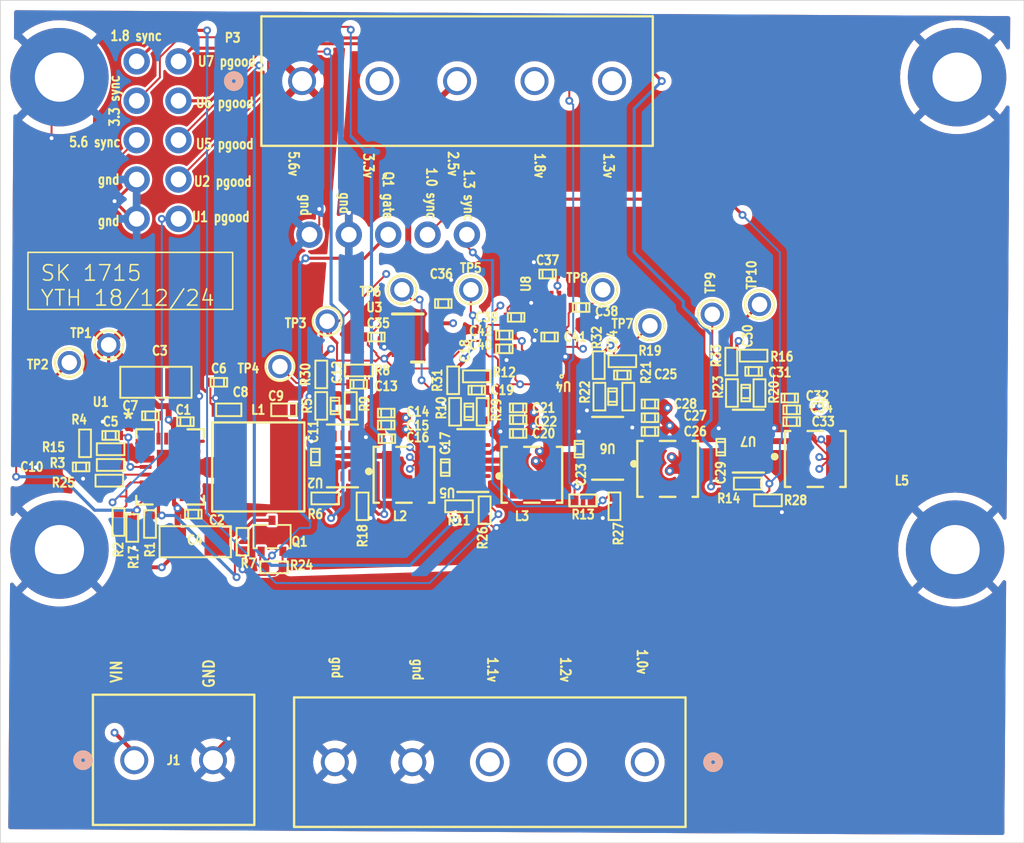
<source format=kicad_pcb>
(kicad_pcb
	(version 20240108)
	(generator "pcbnew")
	(generator_version "8.0")
	(general
		(thickness 1.6)
		(legacy_teardrops no)
	)
	(paper "A4")
	(layers
		(0 "F.Cu" signal)
		(1 "In1.Cu" signal)
		(2 "In2.Cu" signal)
		(3 "In3.Cu" signal)
		(4 "In4.Cu" signal)
		(31 "B.Cu" signal)
		(32 "B.Adhes" user "B.Adhesive")
		(33 "F.Adhes" user "F.Adhesive")
		(34 "B.Paste" user)
		(35 "F.Paste" user)
		(36 "B.SilkS" user "B.Silkscreen")
		(37 "F.SilkS" user "F.Silkscreen")
		(38 "B.Mask" user)
		(39 "F.Mask" user)
		(40 "Dwgs.User" user "User.Drawings")
		(41 "Cmts.User" user "User.Comments")
		(42 "Eco1.User" user "User.Eco1")
		(43 "Eco2.User" user "User.Eco2")
		(44 "Edge.Cuts" user)
		(45 "Margin" user)
		(46 "B.CrtYd" user "B.Courtyard")
		(47 "F.CrtYd" user "F.Courtyard")
		(48 "B.Fab" user)
		(49 "F.Fab" user)
		(50 "User.1" user)
		(51 "User.2" user)
		(52 "User.3" user)
		(53 "User.4" user)
		(54 "User.5" user)
		(55 "User.6" user)
		(56 "User.7" user)
		(57 "User.8" user)
		(58 "User.9" user)
	)
	(setup
		(stackup
			(layer "F.SilkS"
				(type "Top Silk Screen")
			)
			(layer "F.Paste"
				(type "Top Solder Paste")
			)
			(layer "F.Mask"
				(type "Top Solder Mask")
				(thickness 0.01)
			)
			(layer "F.Cu"
				(type "copper")
				(thickness 0.035)
			)
			(layer "dielectric 1"
				(type "prepreg")
				(thickness 0.1)
				(material "FR4")
				(epsilon_r 4.5)
				(loss_tangent 0.02)
			)
			(layer "In1.Cu"
				(type "copper")
				(thickness 0.035)
			)
			(layer "dielectric 2"
				(type "core")
				(thickness 0.535)
				(material "FR4")
				(epsilon_r 4.5)
				(loss_tangent 0.02)
			)
			(layer "In2.Cu"
				(type "copper")
				(thickness 0.035)
			)
			(layer "dielectric 3"
				(type "prepreg")
				(thickness 0.1)
				(material "FR4")
				(epsilon_r 4.5)
				(loss_tangent 0.02)
			)
			(layer "In3.Cu"
				(type "copper")
				(thickness 0.035)
			)
			(layer "dielectric 4"
				(type "core")
				(thickness 0.535)
				(material "FR4")
				(epsilon_r 4.5)
				(loss_tangent 0.02)
			)
			(layer "In4.Cu"
				(type "copper")
				(thickness 0.035)
			)
			(layer "dielectric 5"
				(type "prepreg")
				(thickness 0.1)
				(material "FR4")
				(epsilon_r 4.5)
				(loss_tangent 0.02)
			)
			(layer "B.Cu"
				(type "copper")
				(thickness 0.035)
			)
			(layer "B.Mask"
				(type "Bottom Solder Mask")
				(thickness 0.01)
			)
			(layer "B.Paste"
				(type "Bottom Solder Paste")
			)
			(layer "B.SilkS"
				(type "Bottom Silk Screen")
			)
			(copper_finish "None")
			(dielectric_constraints no)
		)
		(pad_to_mask_clearance 0)
		(allow_soldermask_bridges_in_footprints no)
		(pcbplotparams
			(layerselection 0x00010fc_ffffffff)
			(plot_on_all_layers_selection 0x0000000_00000000)
			(disableapertmacros no)
			(usegerberextensions no)
			(usegerberattributes yes)
			(usegerberadvancedattributes yes)
			(creategerberjobfile yes)
			(dashed_line_dash_ratio 12.000000)
			(dashed_line_gap_ratio 3.000000)
			(svgprecision 4)
			(plotframeref no)
			(viasonmask no)
			(mode 1)
			(useauxorigin no)
			(hpglpennumber 1)
			(hpglpenspeed 20)
			(hpglpendiameter 15.000000)
			(pdf_front_fp_property_popups yes)
			(pdf_back_fp_property_popups yes)
			(dxfpolygonmode yes)
			(dxfimperialunits yes)
			(dxfusepcbnewfont yes)
			(psnegative no)
			(psa4output no)
			(plotreference yes)
			(plotvalue yes)
			(plotfptext yes)
			(plotinvisibletext no)
			(sketchpadsonfab no)
			(subtractmaskfromsilk no)
			(outputformat 1)
			(mirror no)
			(drillshape 1)
			(scaleselection 1)
			(outputdirectory "")
		)
	)
	(net 0 "")
	(net 1 "GND")
	(net 2 "Net-(C10-Pad2)")
	(net 3 "Net-(U2-SS_TR)")
	(net 4 "Net-(U2-FB)")
	(net 5 "Net-(U5-SS_TR)")
	(net 6 "Net-(U5-FB)")
	(net 7 "Net-(U6-SS_TR)")
	(net 8 "Net-(C25-Pad2)")
	(net 9 "Net-(U6-FB)")
	(net 10 "Net-(U7-SS_TR)")
	(net 11 "Net-(U7-FB)")
	(net 12 "Net-(U2-SW)")
	(net 13 "Net-(U5-SW)")
	(net 14 "Net-(U6-SW)")
	(net 15 "Net-(U7-SW)")
	(net 16 "Net-(P1-P2)")
	(net 17 "Net-(P1-P3)")
	(net 18 "Net-(P1-P1)")
	(net 19 "Net-(P2-P5)")
	(net 20 "Net-(P2-P4)")
	(net 21 "Net-(P4-P4)")
	(net 22 "Net-(P4-P5)")
	(net 23 "Net-(P4-P3)")
	(net 24 "Net-(Q1-D)")
	(net 25 "Net-(U2-COMP_FSET)")
	(net 26 "Net-(U2-PG)")
	(net 27 "Net-(U5-COMP_FSET)")
	(net 28 "Net-(U5-PG)")
	(net 29 "Net-(U6-PG)")
	(net 30 "Net-(U7-PG)")
	(net 31 "Net-(U6-COMP_FSET)")
	(net 32 "Net-(U7-COMP_FSET)")
	(net 33 "unconnected-(U1-NC-Pad11)")
	(net 34 "unconnected-(U1-NC-Pad2)")
	(net 35 "unconnected-(U1-NC-Pad17)")
	(net 36 "unconnected-(U1-NC-Pad9)")
	(net 37 "unconnected-(U1-NC-Pad21)")
	(net 38 "unconnected-(U1-NC-Pad13)")
	(net 39 "unconnected-(U1-NC-Pad19)")
	(net 40 "unconnected-(U3-N_C-Pad4)")
	(net 41 "unconnected-(U4-NC-Pad5)")
	(net 42 "unconnected-(U4-CE-Pad6)")
	(net 43 "unconnected-(U8-NC-Pad5)")
	(net 44 "unconnected-(U8-CE-Pad6)")
	(net 45 "/5.6v")
	(net 46 "Net-(C13-Pad2)")
	(net 47 "/3.3v")
	(net 48 "Net-(C19-Pad2)")
	(net 49 "/1.8v")
	(net 50 "/1.3v")
	(net 51 "Net-(C31-Pad2)")
	(net 52 "/1.0v")
	(net 53 "/2.5v")
	(net 54 "/1.1v")
	(net 55 "/1.2v")
	(net 56 "Net-(R15-Pad2)")
	(net 57 "/Vin")
	(net 58 "Net-(P2-P1)")
	(net 59 "Net-(P2-P2)")
	(net 60 "Net-(P2-P3)")
	(net 61 "unconnected-(U4-pad-Pad7)")
	(net 62 "unconnected-(U8-pad-Pad7)")
	(net 63 "Net-(U1-VCC)")
	(net 64 "Net-(U1-SW4)")
	(net 65 "Net-(U1-CBOOT)")
	(net 66 "Net-(U1-FB)")
	(net 67 "Net-(U1-SW1)")
	(footprint "t_MtgHoles:MTG_250_D125" (layer "F.Cu") (at 161.036 72.898))
	(footprint "t_passive_smd:res_0402" (layer "F.Cu") (at 120.015 94.107 90))
	(footprint "t_qfn:RWY0009A-MFG" (layer "F.Cu") (at 121.383949 97.334748 180))
	(footprint "t_qfn:xc6601" (layer "F.Cu") (at 134.874 87.884 90))
	(footprint "t_misc:cap_0402" (layer "F.Cu") (at 136.647876 96.896876 -90))
	(footprint "t_qfn:DBV0005A_L" (layer "F.Cu") (at 126.233001 89.728002))
	(footprint "t_misc:cap_0402" (layer "F.Cu") (at 141.224 95.758))
	(footprint "t_coilcraft:IND_XGL3520_COC" (layer "F.Cu") (at 151.887876 97.531876))
	(footprint "t_misc:cap_0402" (layer "F.Cu") (at 150.368 94.361))
	(footprint "t_passive_smd:res_0402" (layer "F.Cu") (at 137.959876 93.509876 90))
	(footprint "t_misc:cap_0402" (layer "F.Cu") (at 111.76 101.092 180))
	(footprint "t_passive_smd:res_0402" (layer "F.Cu") (at 108.966 101.727 90))
	(footprint "t_passive_smd:res_0402" (layer "F.Cu") (at 136.906 100.203 180))
	(footprint "t_misc:cap_0402" (layer "F.Cu") (at 104.521 98.044))
	(footprint "t_passive_smd:res_0402" (layer "F.Cu") (at 114.935 102.87 -90))
	(footprint "t_qfn:xc6601" (layer "F.Cu") (at 134.153 91.186 180))
	(footprint "t_MtgHoles:MTG_250_D125" (layer "F.Cu") (at 103.124 72.898))
	(footprint "t_misc:cap_0402" (layer "F.Cu") (at 124.206 95.334))
	(footprint "t_connectors:CONN_1729128_PXC" (layer "F.Cu") (at 107.95 116.967))
	(footprint "t_misc:cap_0402" (layer "F.Cu") (at 150.363876 95.118876))
	(footprint "t_misc:cap_0402" (layer "F.Cu") (at 108.9914 94.742))
	(footprint "t_misc:cap_0402" (layer "F.Cu") (at 113.411 92.583))
	(footprint "t_misc:TP60" (layer "F.Cu") (at 120.396 88.646))
	(footprint "t_misc:cap_0402" (layer "F.Cu") (at 134.747 89.662))
	(footprint "t_misc:cap_0402" (layer "F.Cu") (at 145.791876 96.769876 -90))
	(footprint "t_misc:cap_0402" (layer "F.Cu") (at 130.048 93.091))
	(footprint "t_passive_smd:res_0402" (layer "F.Cu") (at 138.933876 100.579876 90))
	(footprint "t_connectors:Pin_Header_Straight_1x05_Pitch2.54mm" (layer "F.Cu") (at 108.105 71.882))
	(footprint "t_misc:TP60" (layer "F.Cu") (at 103.759 91.313))
	(footprint "t_misc:cap_0402" (layer "F.Cu") (at 141.224 93.98))
	(footprint "t_misc:cap_0402" (layer "F.Cu") (at 139.441876 92.112876))
	(footprint "t_coilcraft:IND_XGL5030_3.1_COC" (layer "F.Cu") (at 115.951 98.044))
	(footprint "t_sot:SOT-323" (layer "F.Cu") (at 116.84 102.489))
	(footprint "t_misc:cap_0402" (layer "F.Cu") (at 134.62 85.598))
	(footprint "t_misc:cap_0402" (layer "F.Cu") (at 132.715 95.885))
	(footprint "t_misc:cap_0402" (layer "F.Cu") (at 124.248 96.223))
	(footprint "t_misc:cap_0402" (layer "F.Cu") (at 106.426 96.012))
	(footprint "t_misc:cap_0402" (layer "F.Cu") (at 124.206 94.572))
	(footprint "t_connectors:CONN_1729047_PXC" (layer "F.Cu") (at 140.89 117.094 180))
	(footprint "t_coilcraft:IND_XGL3520_COC" (layer "F.Cu") (at 125.349 98.552))
	(footprint "t_passive_smd:cap_1206" (layer "F.Cu") (at 109.347 92.583 180))
	(footprint "t_passive_smd:res_0402" (layer "F.Cu") (at 130.048 92.202))
	(footprint "t_misc:cap_0402" (layer "F.Cu") (at 147.400876 93.277874 -90))
	(footprint "t_passive_smd:res_0402"
		(layer "F.Cu")
		(uuid "589bc06a-05dc-4256-b3c7-043d1d06622b")
		(at 122.428 91.821)
		(descr "SMT capacitor, 0402")
		(property "Reference" "R8"
			(at 1.524 0 0)
			(layer "F.SilkS")
			(uuid "74c5f0e1-bb8a-40d0-b88d-47f879e35633")
			(effects
				(font
					(size 0.5842 0.508)
					(thickness 0.127)
				)
			)
		)
		(property "Value" "Res2"
			(at 0 0.8128 0)
			(layer "F.SilkS")
			(hide yes)
			(uuid "2c45bf8f-684b-49fa-9d0b-cee09603aac0")
			(effects
				(font
					(size 0.50038 0.50038)
					(thickness 0.11938)
				)
			)
		)
		(property "Footprint" "t_passive_smd:res_0402"
			(at 0 0 0)
			(unlocked yes)
			(layer "F.Fab")
			(hide yes)
			(uuid "1478a856-201b-4351-98e8-262b0ce87db9")
			(effects
				(font
					(size 1.27 1.27)
					(thickness 0.15)
				)
			)
		)
		(property "Datasheet" ""
			(at 0 0 0)
			(unlocked yes)
			(layer "F.Fab")
			(hide yes)
			(uuid "9e65508e-f1a4-4570-befe-320273d14756")
			(effects
				(font
					(size 1.27 1.27)
					(thickness 0.15)
				)
			)
		)
		(property "Description" ""
			(at 0 0 0)
			(unlocked yes)
			(layer "F.Fab")
			(hide yes)
			(uuid "c65525e2-4b86-43eb-9137-7ff158d2ccf2")
			(effects
				(font
					(size 1.27 1.27)
					(thickness 0.15)
				)
			)
		)
		(property ki_fp_filters "R? SM0603 SM0805 R?-* SM1206 SM0402")
		(path "/f54b7709-a26e-4b4d-83a8-7180b8236856")
		(sheetname "Root")
		(sheetfile "power supply test.kicad_sch")
		(attr through_hole)
		(fp_line
			(start -0.889 -0.381)
			(end -0.889 0.381)
			(stroke
				(width 0.127)
				(type solid)
			)
			(layer "F.SilkS")
			(uuid "bcf3a6f5-8ad9-4fdc-aac2-c04b2cb73864")
		)
		(fp_line
			(start -0.889 0.381)
			(end 0.889 0.381)
			(stroke
				(width 0.127)
				(type solid)
			)
			(layer "F.SilkS")
			(uuid "7adb8cf8-bc5d-453b-a9fd-8c2481598548")
		)
		(fp_line
			(start 0.889 -0.381)
			(end -0.889 -0.381)
			(stroke
				(width 0.127)
				(type solid)
			)
			(layer "F.SilkS")
			(uuid "774708cf-a535-4461-a7c9-9ffb7109dfdd")
		)
		(fp_line
			(start 0.889 0.381)
			(end 0.889 -0.381)
			(stroke
				(width 0.127)
				(type solid)
			)
			(layer "F.SilkS")
			(uuid "533e89be-7ab4-4499-962c-31896c512e15")
		)
		(fp_line
			(start -0.889 -0.381)
			(end 0.889 -0.381)
			(stroke
				(width 0.05)
				(type solid)
			)
			(layer "F.CrtYd")
			(uuid "26e7c100-f833-422c-a187-1a7e2fc53e72")
		)
		(fp_line
			(start -0.889 0.381)
			(end
... [1117016 chars truncated]
</source>
